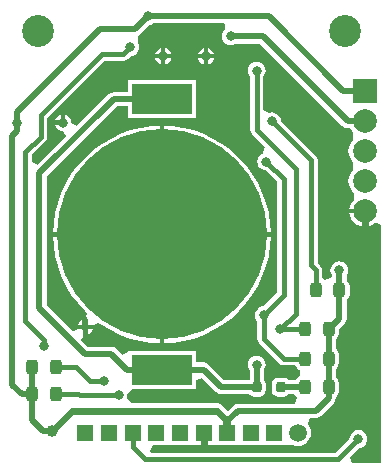
<source format=gbl>
G04 Layer_Physical_Order=2*
G04 Layer_Color=16711680*
%FSLAX25Y25*%
%MOIN*%
G70*
G01*
G75*
G04:AMPARAMS|DCode=13|XSize=39.37mil|YSize=49.21mil|CornerRadius=9.84mil|HoleSize=0mil|Usage=FLASHONLY|Rotation=0.000|XOffset=0mil|YOffset=0mil|HoleType=Round|Shape=RoundedRectangle|*
%AMROUNDEDRECTD13*
21,1,0.03937,0.02953,0,0,0.0*
21,1,0.01969,0.04921,0,0,0.0*
1,1,0.01969,0.00984,-0.01476*
1,1,0.01969,-0.00984,-0.01476*
1,1,0.01969,-0.00984,0.01476*
1,1,0.01969,0.00984,0.01476*
%
%ADD13ROUNDEDRECTD13*%
%ADD22C,0.01969*%
%ADD23C,0.01575*%
%ADD25C,0.02000*%
%ADD26C,0.02756*%
%ADD27C,0.10630*%
%ADD28R,0.05512X0.05512*%
%ADD29C,0.05906*%
%ADD30C,0.07874*%
%ADD31R,0.07874X0.07874*%
%ADD32C,0.03150*%
%ADD33C,0.02756*%
%ADD34C,0.03937*%
%ADD35C,0.70079*%
%ADD36R,0.20079X0.09843*%
G04:AMPARAMS|DCode=37|XSize=31.5mil|YSize=35.43mil|CornerRadius=7.87mil|HoleSize=0mil|Usage=FLASHONLY|Rotation=180.000|XOffset=0mil|YOffset=0mil|HoleType=Round|Shape=RoundedRectangle|*
%AMROUNDEDRECTD37*
21,1,0.03150,0.01969,0,0,180.0*
21,1,0.01575,0.03543,0,0,180.0*
1,1,0.01575,-0.00787,0.00984*
1,1,0.01575,0.00787,0.00984*
1,1,0.01575,0.00787,-0.00984*
1,1,0.01575,-0.00787,-0.00984*
%
%ADD37ROUNDEDRECTD37*%
%ADD38C,0.02362*%
G36*
X73928Y147789D02*
X74152Y146410D01*
X73878Y146200D01*
X73405Y145584D01*
X73107Y144865D01*
X73006Y144095D01*
X73107Y143324D01*
X73405Y142605D01*
X73878Y141989D01*
X74495Y141515D01*
X75213Y141218D01*
X75984Y141116D01*
X76755Y141218D01*
X77473Y141515D01*
X77696Y141686D01*
X85616D01*
X113198Y114104D01*
X113980Y113582D01*
X114902Y113399D01*
X115816D01*
X115928Y113127D01*
X116780Y112016D01*
Y109598D01*
X115928Y108487D01*
X115393Y107195D01*
X115210Y105807D01*
X115393Y104420D01*
X115928Y103127D01*
X116780Y102016D01*
Y99598D01*
X115928Y98488D01*
X115393Y97195D01*
X115210Y95807D01*
X115393Y94420D01*
X115928Y93127D01*
X116780Y92016D01*
X116954Y91883D01*
X117001Y89542D01*
X116980Y89503D01*
X116921Y89457D01*
X116100Y88388D01*
X115585Y87143D01*
X115499Y86496D01*
X120571D01*
Y85807D01*
X121260D01*
Y80735D01*
X121907Y80821D01*
X123152Y81336D01*
X124016Y81999D01*
X124864Y81816D01*
X125984Y81221D01*
Y1969D01*
X116324D01*
X115571Y3787D01*
X118670Y6886D01*
X119275Y6966D01*
X119993Y7263D01*
X120610Y7737D01*
X121083Y8353D01*
X121381Y9072D01*
X121482Y9843D01*
X121381Y10613D01*
X121083Y11332D01*
X120610Y11948D01*
X119993Y12422D01*
X119275Y12719D01*
X118504Y12821D01*
X117733Y12719D01*
X117015Y12422D01*
X116398Y11948D01*
X115925Y11332D01*
X115627Y10613D01*
X115548Y10008D01*
X110897Y5357D01*
X49441D01*
X49137Y5807D01*
X50181Y7776D01*
X63189D01*
Y7972D01*
X66240D01*
Y11909D01*
X67618D01*
Y7972D01*
X70669D01*
Y7776D01*
X94685D01*
X94685Y7776D01*
X96653Y7956D01*
X97295Y7690D01*
X98425Y7541D01*
X99556Y7690D01*
X100609Y8127D01*
X101514Y8821D01*
X102208Y9725D01*
X102644Y10779D01*
X102793Y11909D01*
X102644Y13040D01*
X102208Y14094D01*
X101578Y14914D01*
X101639Y15301D01*
X102291Y16883D01*
X104331D01*
X105252Y17066D01*
X106034Y17588D01*
X110364Y21919D01*
X110887Y22700D01*
X111070Y23622D01*
Y23800D01*
X111349Y23986D01*
X111871Y24767D01*
X112054Y25689D01*
Y28642D01*
X111871Y29563D01*
X111349Y30345D01*
X111070Y30531D01*
Y33248D01*
X111349Y33435D01*
X111871Y34216D01*
X112054Y35138D01*
Y38091D01*
X111871Y39012D01*
X111349Y39794D01*
X111070Y39980D01*
Y43091D01*
X111349Y43277D01*
X111871Y44059D01*
X112054Y44980D01*
Y46443D01*
X113908Y48297D01*
X114430Y49078D01*
X114613Y50000D01*
Y56083D01*
X114892Y56269D01*
X115414Y57051D01*
X115597Y57972D01*
Y60925D01*
X115414Y61847D01*
X114892Y62628D01*
X114772Y64637D01*
X114784Y64653D01*
X115082Y65371D01*
X115183Y66142D01*
X115082Y66913D01*
X114784Y67631D01*
X114311Y68248D01*
X113694Y68721D01*
X112976Y69019D01*
X112205Y69120D01*
X111434Y69019D01*
X110716Y68721D01*
X110099Y68248D01*
X109625Y67631D01*
X109328Y66913D01*
X109227Y66142D01*
X109328Y65371D01*
X109625Y64653D01*
X109637Y64637D01*
X109584Y63744D01*
X107564Y62937D01*
X106538Y63892D01*
Y66142D01*
X106370Y66987D01*
X105892Y67703D01*
X104964Y68631D01*
Y102756D01*
X104796Y103601D01*
X104317Y104317D01*
X92720Y115914D01*
X92641Y116519D01*
X92343Y117237D01*
X91870Y117854D01*
X91253Y118327D01*
X90535Y118625D01*
X89764Y118726D01*
X88993Y118625D01*
X88822Y118554D01*
X87325Y119257D01*
X86853Y119718D01*
Y130704D01*
X87225Y131188D01*
X87522Y131906D01*
X87624Y132677D01*
X87522Y133448D01*
X87225Y134166D01*
X86752Y134783D01*
X86135Y135256D01*
X85417Y135554D01*
X84646Y135655D01*
X83875Y135554D01*
X83157Y135256D01*
X82540Y134783D01*
X82066Y134166D01*
X81769Y133448D01*
X81667Y132677D01*
X81769Y131906D01*
X82066Y131188D01*
X82438Y130704D01*
Y112992D01*
X82606Y112147D01*
X83084Y111431D01*
X87260Y107255D01*
X87149Y106304D01*
X86648Y105083D01*
X86306Y104941D01*
X85689Y104468D01*
X85216Y103851D01*
X84918Y103133D01*
X84817Y102362D01*
X84918Y101591D01*
X85216Y100873D01*
X85689Y100256D01*
X86306Y99783D01*
X87024Y99485D01*
X87629Y99406D01*
X91493Y95542D01*
Y58789D01*
X86842Y54137D01*
X86237Y54058D01*
X85519Y53760D01*
X84902Y53287D01*
X84429Y52670D01*
X84131Y51952D01*
X84030Y51181D01*
X84131Y50410D01*
X84429Y49692D01*
X84800Y49208D01*
Y43307D01*
X84968Y42462D01*
X85447Y41746D01*
X92140Y35053D01*
X92856Y34574D01*
X93701Y34406D01*
X97540D01*
X97578Y34216D01*
X98100Y33435D01*
X98882Y32913D01*
X98979Y32893D01*
Y30961D01*
X98882Y30867D01*
X98882Y30867D01*
X98100Y30345D01*
X97643Y29661D01*
X97554Y29574D01*
X95086D01*
X94994Y29711D01*
X94278Y30189D01*
X93433Y30357D01*
X91858D01*
X91013Y30189D01*
X90297Y29711D01*
X89819Y28995D01*
X89650Y28150D01*
Y26181D01*
X89819Y25336D01*
X90297Y24620D01*
X91013Y24141D01*
X91858Y23973D01*
X93433D01*
X94278Y24141D01*
X94994Y24620D01*
X95086Y24757D01*
X97088D01*
X98092Y23668D01*
X97414Y21700D01*
X78346D01*
X77425Y21517D01*
X76643Y20994D01*
X74925Y19276D01*
X73085Y21116D01*
X72550Y21527D01*
X71928Y21784D01*
X71260Y21872D01*
X42764D01*
X42621Y21966D01*
X41557Y23498D01*
X41486Y23841D01*
X41561Y24409D01*
X41516Y24754D01*
X42283Y26000D01*
X42959Y26673D01*
X64468D01*
Y29581D01*
X66437Y30157D01*
X71132Y25462D01*
X71913Y24940D01*
X72835Y24757D01*
X82206D01*
X82297Y24620D01*
X83013Y24141D01*
X83858Y23973D01*
X85433D01*
X86278Y24141D01*
X86994Y24620D01*
X87473Y25336D01*
X87641Y26181D01*
Y28150D01*
X87473Y28995D01*
X87054Y29621D01*
Y32934D01*
X87225Y33157D01*
X87522Y33875D01*
X87624Y34646D01*
X87522Y35416D01*
X87225Y36135D01*
X86752Y36752D01*
X86135Y37225D01*
X85417Y37522D01*
X84646Y37624D01*
X83875Y37522D01*
X83157Y37225D01*
X82540Y36752D01*
X82066Y36135D01*
X81769Y35416D01*
X81667Y34646D01*
X81769Y33875D01*
X82066Y33157D01*
X82237Y32934D01*
Y29621D01*
X82206Y29574D01*
X73832D01*
X68731Y34675D01*
X67949Y35198D01*
X67028Y35381D01*
X64468D01*
Y39272D01*
X41634D01*
Y38754D01*
X39815Y38000D01*
X37923Y39892D01*
X37142Y40414D01*
X36220Y40598D01*
X28557D01*
X26222Y42932D01*
X26587Y43924D01*
X26870Y44267D01*
Y46555D01*
X24582D01*
X24239Y46272D01*
X23247Y45907D01*
X14613Y54541D01*
Y97428D01*
X37907Y120721D01*
X41634D01*
Y116831D01*
X64468D01*
Y129429D01*
X41634D01*
Y125538D01*
X36909D01*
X35988Y125355D01*
X35206Y124833D01*
X24666Y114293D01*
X22846Y115256D01*
X22858Y115354D01*
X22764Y116074D01*
X22486Y116744D01*
X22044Y117320D01*
X21469Y117762D01*
X20798Y118039D01*
X20768Y118043D01*
Y115354D01*
X20079D01*
Y114665D01*
X17390D01*
X17394Y114635D01*
X17672Y113964D01*
X18113Y113389D01*
X18689Y112947D01*
X19359Y112669D01*
X20079Y112575D01*
X20177Y112588D01*
X21140Y110767D01*
X11657Y101283D01*
X9688Y102099D01*
Y104597D01*
X14160Y109069D01*
X14638Y109785D01*
X14806Y110630D01*
Y116802D01*
X33985Y135981D01*
X40157D01*
X41002Y136149D01*
X41719Y136628D01*
X42686Y137595D01*
X43290Y137674D01*
X44009Y137972D01*
X44626Y138445D01*
X45099Y139062D01*
X45396Y139780D01*
X45498Y140551D01*
X45396Y141322D01*
X45099Y142040D01*
X44965Y142214D01*
X44984Y142975D01*
X45156Y143869D01*
X45439Y144514D01*
X45798Y144754D01*
X48918Y147874D01*
X49196Y147911D01*
X49914Y148208D01*
X50137Y148379D01*
X73628D01*
X73928Y147789D01*
D02*
G37*
%LPC*%
G36*
X68405Y140091D02*
Y138091D01*
X70406D01*
X70402Y138121D01*
X70124Y138791D01*
X69682Y139367D01*
X69106Y139809D01*
X68436Y140086D01*
X68405Y140091D01*
D02*
G37*
G36*
X67028D02*
X66997Y140086D01*
X66327Y139809D01*
X65751Y139367D01*
X65309Y138791D01*
X65032Y138121D01*
X65028Y138091D01*
X67028D01*
Y140091D01*
D02*
G37*
G36*
X54232D02*
Y138091D01*
X56232D01*
X56228Y138121D01*
X55951Y138791D01*
X55509Y139367D01*
X54933Y139809D01*
X54263Y140086D01*
X54232Y140091D01*
D02*
G37*
G36*
X52854D02*
X52824Y140086D01*
X52153Y139809D01*
X51578Y139367D01*
X51136Y138791D01*
X50858Y138121D01*
X50854Y138091D01*
X52854D01*
Y140091D01*
D02*
G37*
G36*
X70406Y136713D02*
X68405D01*
Y134713D01*
X68436Y134717D01*
X69106Y134994D01*
X69682Y135436D01*
X70124Y136012D01*
X70402Y136682D01*
X70406Y136713D01*
D02*
G37*
G36*
X67028D02*
X65028D01*
X65032Y136682D01*
X65309Y136012D01*
X65751Y135436D01*
X66327Y134994D01*
X66997Y134717D01*
X67028Y134713D01*
Y136713D01*
D02*
G37*
G36*
X56232D02*
X54232D01*
Y134713D01*
X54263Y134717D01*
X54933Y134994D01*
X55509Y135436D01*
X55951Y136012D01*
X56228Y136682D01*
X56232Y136713D01*
D02*
G37*
G36*
X52854D02*
X50854D01*
X50858Y136682D01*
X51136Y136012D01*
X51578Y135436D01*
X52153Y134994D01*
X52824Y134717D01*
X52854Y134713D01*
Y136713D01*
D02*
G37*
G36*
X19390Y118043D02*
X19359Y118039D01*
X18689Y117762D01*
X18113Y117320D01*
X17672Y116744D01*
X17394Y116074D01*
X17390Y116043D01*
X19390D01*
Y118043D01*
D02*
G37*
G36*
X119882Y85118D02*
X115499D01*
X115585Y84471D01*
X116100Y83226D01*
X116921Y82157D01*
X117990Y81336D01*
X119235Y80821D01*
X119882Y80735D01*
Y85118D01*
D02*
G37*
G36*
X53740Y114281D02*
Y78740D01*
X89281D01*
X89141Y81606D01*
X88618Y85126D01*
X87754Y88578D01*
X86555Y91929D01*
X85033Y95146D01*
X83204Y98198D01*
X81084Y101057D01*
X78694Y103694D01*
X76057Y106084D01*
X73198Y108204D01*
X70146Y110033D01*
X66929Y111555D01*
X63578Y112754D01*
X60126Y113619D01*
X56606Y114141D01*
X53740Y114281D01*
D02*
G37*
G36*
X52362D02*
X49497Y114141D01*
X45976Y113619D01*
X42524Y112754D01*
X39173Y111555D01*
X35956Y110033D01*
X32904Y108204D01*
X30045Y106084D01*
X27409Y103694D01*
X25019Y101057D01*
X22899Y98198D01*
X21069Y95146D01*
X19547Y91929D01*
X18349Y88578D01*
X17484Y85126D01*
X16962Y81606D01*
X16821Y78740D01*
X52362D01*
Y114281D01*
D02*
G37*
G36*
X30044Y46555D02*
X28248D01*
Y44760D01*
X28850Y45009D01*
X29384Y45419D01*
X29794Y45954D01*
X30044Y46555D01*
D02*
G37*
G36*
X89281Y77362D02*
X53740D01*
Y41821D01*
X56606Y41962D01*
X60126Y42484D01*
X63578Y43349D01*
X66929Y44548D01*
X70146Y46069D01*
X73198Y47899D01*
X76057Y50019D01*
X78694Y52409D01*
X81084Y55045D01*
X83204Y57904D01*
X85033Y60956D01*
X86555Y64174D01*
X87754Y67524D01*
X88618Y70976D01*
X89141Y74497D01*
X89281Y77362D01*
D02*
G37*
G36*
X52362D02*
X16821D01*
X16962Y74497D01*
X17484Y70976D01*
X18349Y67524D01*
X19547Y64174D01*
X21069Y60956D01*
X22899Y57904D01*
X25019Y55045D01*
X27409Y52409D01*
X28155Y51732D01*
X27731Y50374D01*
X27357Y49799D01*
X26891Y49737D01*
X26269Y49479D01*
X25734Y49069D01*
X25324Y48535D01*
X25074Y47933D01*
X30560D01*
X30956Y48286D01*
X31871Y48665D01*
X32904Y47899D01*
X35956Y46069D01*
X39173Y44548D01*
X42524Y43349D01*
X45976Y42484D01*
X49497Y41962D01*
X52362Y41821D01*
Y77362D01*
D02*
G37*
%LPD*%
D13*
X100787Y36614D02*
D03*
X108661D02*
D03*
X100787Y46457D02*
D03*
X108661D02*
D03*
X100787Y27165D02*
D03*
X108661D02*
D03*
X104331Y59449D02*
D03*
X112205D02*
D03*
X9843Y33858D02*
D03*
X17717D02*
D03*
X9843Y24803D02*
D03*
X17717D02*
D03*
D22*
X27559Y38189D02*
X36220D01*
X12205Y53543D02*
X27559Y38189D01*
X12205Y53543D02*
Y98425D01*
X36909Y123130D01*
X114902Y115807D02*
X120571D01*
X86614Y144095D02*
X114902Y115807D01*
X75984Y144095D02*
X86614D01*
X4724Y112598D02*
Y115354D01*
X3150Y111024D02*
X4724Y112598D01*
X113563Y125807D02*
X120571D01*
X88583Y150787D02*
X113563Y125807D01*
X4724Y115354D02*
Y118898D01*
X48425Y150787D02*
X88583D01*
X4724Y118898D02*
X32283Y146457D01*
X44094D01*
X48425Y150787D01*
X112205Y50000D02*
Y59449D01*
X108661Y46457D02*
X112205Y50000D01*
X108661Y36614D02*
Y46457D01*
X112205Y59449D02*
Y66142D01*
X108661Y27165D02*
Y36614D01*
X78346Y19291D02*
X104331D01*
X108661Y23622D01*
Y27165D01*
X67028Y32972D02*
X72835Y27165D01*
X53051Y32972D02*
X67028D01*
X72835Y27165D02*
X84646D01*
X92646D02*
X100787D01*
X84646D02*
Y34646D01*
X74803Y15748D02*
X78346Y19291D01*
X41437Y32972D02*
X53051D01*
X36220Y38189D02*
X41437Y32972D01*
X9843Y24803D02*
Y33858D01*
Y24803D02*
X9843Y24803D01*
X3150Y27953D02*
Y111024D01*
Y27953D02*
X6299Y24803D01*
X9843D01*
X9843Y16142D02*
Y24803D01*
Y16142D02*
X13386Y12598D01*
X16535D01*
X36909Y123130D02*
X53051D01*
D23*
X84646Y112992D02*
Y132677D01*
X102756Y67716D02*
Y102756D01*
X89764Y115748D02*
X102756Y102756D01*
Y67716D02*
X104331Y66142D01*
Y59449D02*
Y66142D01*
X87795Y102362D02*
X93701Y96457D01*
Y57874D02*
Y96457D01*
X87008Y51181D02*
X93701Y57874D01*
X7480Y105512D02*
X12598Y110630D01*
X7480Y49213D02*
Y105512D01*
Y49213D02*
X13780Y42913D01*
X92520Y46457D02*
X100787D01*
X87008Y43307D02*
Y51181D01*
Y43307D02*
X93701Y36614D01*
X100787D01*
X92520Y46457D02*
X97638Y51575D01*
X87795Y102362D02*
Y102362D01*
X97638Y51575D02*
Y100000D01*
X84646Y112992D02*
X97638Y100000D01*
X43307Y7087D02*
Y11909D01*
X33071Y138189D02*
X40157D01*
X42520Y140551D01*
X13780Y40945D02*
Y42913D01*
X29134Y29134D02*
X33858D01*
X24409Y33858D02*
X29134Y29134D01*
X17717Y33858D02*
X24409D01*
X17717Y24803D02*
X25197D01*
X25591Y24409D01*
X38583D01*
X43307Y7087D02*
X47244Y3150D01*
X111811D01*
X118504Y9843D01*
X12598Y117717D02*
X33071Y138189D01*
X12598Y110630D02*
Y117717D01*
D25*
X25591Y51575D02*
X27559Y49606D01*
Y47244D02*
Y49606D01*
D26*
X74803Y11909D02*
Y15748D01*
D27*
X114173Y145866D02*
D03*
X11811D02*
D03*
D28*
X90551Y11909D02*
D03*
X82677D02*
D03*
X74803D02*
D03*
X66929D02*
D03*
X59055D02*
D03*
X51181D02*
D03*
X43307D02*
D03*
X35433D02*
D03*
X27559D02*
D03*
D29*
X98425D02*
D03*
D30*
X120571Y105807D02*
D03*
Y115807D02*
D03*
Y95807D02*
D03*
Y85807D02*
D03*
D31*
Y125807D02*
D03*
D32*
X84646Y132677D02*
D03*
X53543Y137402D02*
D03*
X67716D02*
D03*
X20079Y115354D02*
D03*
X87008Y51181D02*
D03*
X92520Y46457D02*
D03*
X89764Y115748D02*
D03*
X87795Y102362D02*
D03*
X118504Y9843D02*
D03*
X75984Y144095D02*
D03*
X4724Y115354D02*
D03*
X42520Y140551D02*
D03*
X48425Y150787D02*
D03*
X112205Y66142D02*
D03*
X84646Y34646D02*
D03*
X33858Y29134D02*
D03*
X13780Y40945D02*
D03*
X38583Y24409D02*
D03*
D33*
X27559Y47244D02*
D03*
D34*
X16535Y12598D02*
D03*
D35*
X53051Y78051D02*
D03*
D36*
Y32972D02*
D03*
Y123130D02*
D03*
D37*
X92646Y27165D02*
D03*
X84646D02*
D03*
D38*
X66929Y6693D02*
Y11909D01*
X120571Y77067D02*
Y85807D01*
X74803Y15748D02*
Y15748D01*
X71260Y19291D02*
X74803Y15748D01*
X16535Y12598D02*
X23228Y19291D01*
X71260D01*
M02*

</source>
